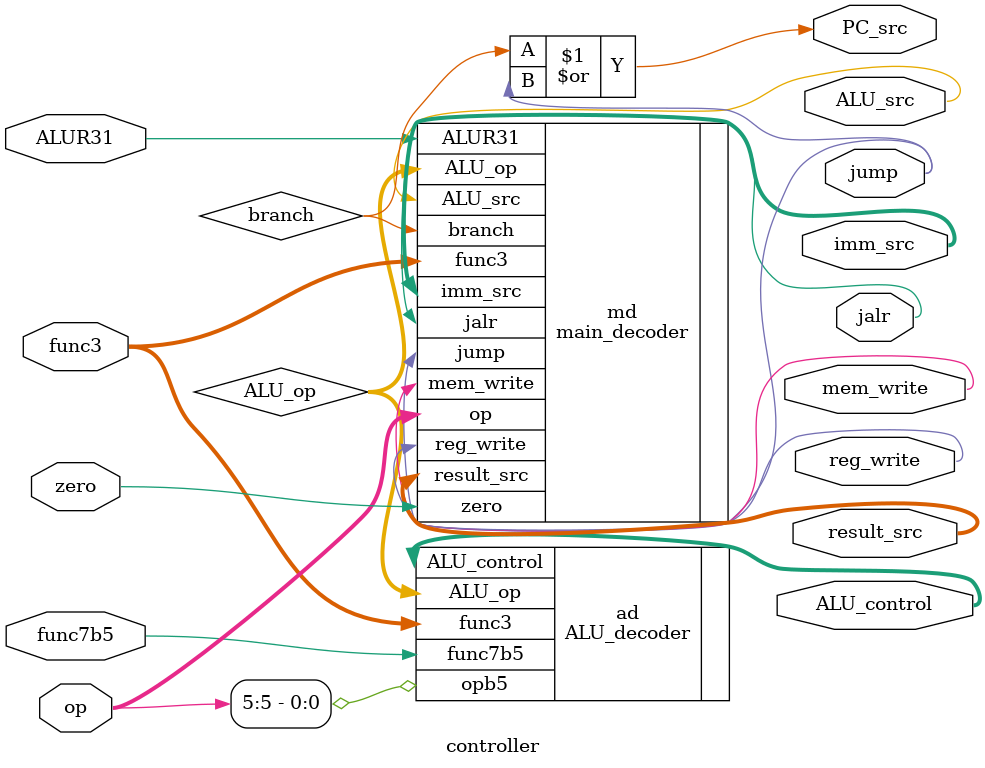
<source format=v>
module controller(
    input [6:0] op,
    input [2:0] func3,
    input func7b5,
    input zero,ALUR31,
    output [1:0] result_src,
    output mem_write,
    output PC_src,
    output ALU_src,
    output reg_write,
    output jump,jalr,
    output [1:0] imm_src,
    output [3:0] ALU_control
);
    wire [1:0] ALU_op;
    wire branch;

    main_decoder md(.func3(func3),
        .op(op),.zero(zero),.ALUR31(ALUR31),
        .result_src(result_src),
        .mem_write(mem_write),
        .ALU_src(ALU_src),
        .branch(branch),
        .jump(jump),.jalr(jalr),
        .reg_write(reg_write),
        .imm_src(imm_src),
        .ALU_op(ALU_op)
    );

    ALU_decoder ad(
        .opb5(op[5]),
        .func3(func3),
        .func7b5(func7b5),
        .ALU_op(ALU_op),
        .ALU_control(ALU_control)
    );

    assign PC_src = (branch) | jump;
endmodule

</source>
